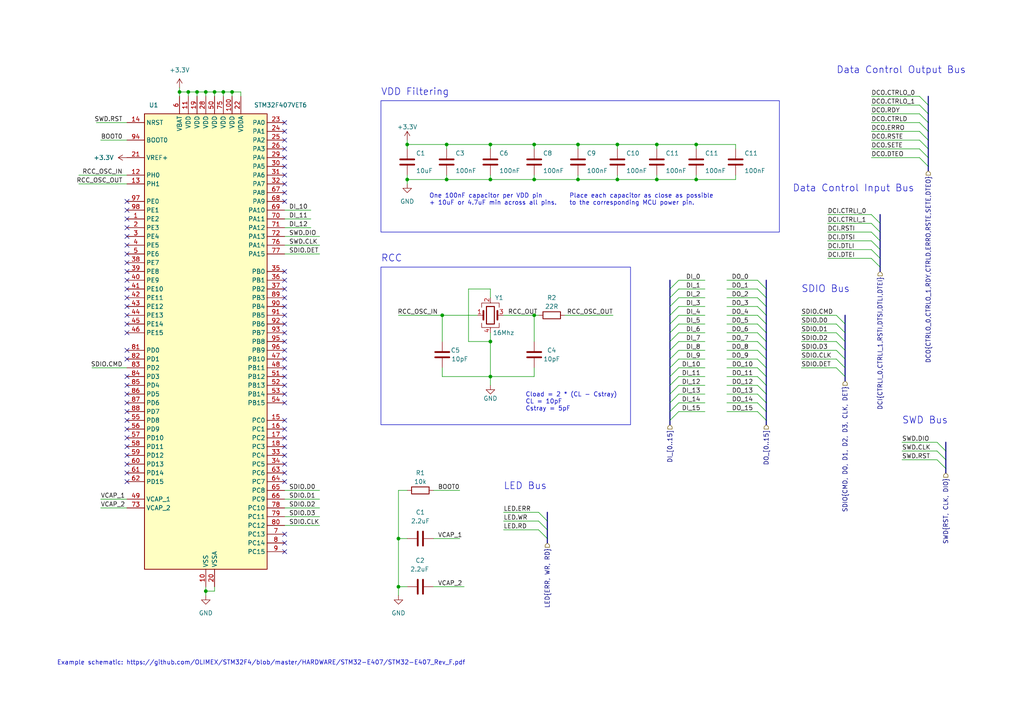
<source format=kicad_sch>
(kicad_sch (version 20230121) (generator eeschema)
  (paper "A4")
  (title_block (title "MCU") (date "2023-02-16") (rev "2") (company "Artem Korobko"))
  (lib_symbols
    (symbol "Device:C" (pin_numbers hide) (pin_names (offset 0.254))
      (property "Reference" "C" (at 0.635 2.54 0))
      (property "Value" "C" (at 0.635 -2.54 0))
      (symbol "C_0_1"
        (polyline (pts (xy -2.032 -0.762) (xy 2.032 -0.762)) (stroke (width 0.508)))
        (polyline (pts (xy -2.032 0.762) (xy 2.032 0.762)) (stroke (width 0.508)))
      )
      (symbol "C_1_1"
        (pin passive line (at 0 3.81 270) (length 2.794) (name "~") (number "1"))
        (pin passive line (at 0 -3.81 90) (length 2.794) (name "~") (number "2"))
      )
    )
    (symbol "Device:Crystal_GND24" (pin_names (offset 1.016) hide)
      (property "Reference" "Y" (at 3.175 5.08 0))
      (property "Value" "Crystal_GND24" (at 3.175 3.175 0))
      (symbol "Crystal_GND24_0_1"
        (rectangle (start -1.143 2.54) (end 1.143 -2.54) (stroke (width 0.3048)))
        (polyline (pts (xy -2.54 0) (xy -2.032 0)))
        (polyline (pts (xy -2.032 -1.27) (xy -2.032 1.27)) (stroke (width 0.508)))
        (polyline (pts (xy 0 -3.81) (xy 0 -3.556)))
        (polyline (pts (xy 0 3.556) (xy 0 3.81)))
        (polyline (pts (xy 2.032 -1.27) (xy 2.032 1.27)) (stroke (width 0.508)))
        (polyline (pts (xy 2.032 0) (xy 2.54 0)))
        (polyline (pts (xy -2.54 -2.286) (xy -2.54 -3.556) (xy 2.54 -3.556) (xy 2.54 -2.286)))
        (polyline (pts (xy -2.54 2.286) (xy -2.54 3.556) (xy 2.54 3.556) (xy 2.54 2.286)))
      )
      (symbol "Crystal_GND24_1_1"
        (pin passive line (at -3.81 0 0) (length 1.27) (name "1") (number "1"))
        (pin passive line (at 0 5.08 270) (length 1.27) (name "2") (number "2"))
        (pin passive line (at 3.81 0 180) (length 1.27) (name "3") (number "3"))
        (pin passive line (at 0 -5.08 90) (length 1.27) (name "4") (number "4"))
      )
    )
    (symbol "Device:R" (pin_numbers hide) (pin_names (offset 0))
      (property "Reference" "R" (at 2.032 0 90))
      (property "Value" "R" (at 0 0 90))
      (symbol "R_0_1"
        (rectangle (start -1.016 -2.54) (end 1.016 2.54) (stroke (width 0.254)))
      )
      (symbol "R_1_1"
        (pin passive line (at 0 3.81 270) (length 1.27) (name "~") (number "1"))
        (pin passive line (at 0 -3.81 90) (length 1.27) (name "~") (number "2"))
      )
    )
    (symbol "MCU_ST_STM32F4:STM32F407VETx"
      (property "Reference" "U" (at -17.78 67.31 0))
      (property "Value" "STM32F407VETx" (at 12.7 67.31 0))
      (symbol "STM32F407VETx_0_1"
        (rectangle (start -17.78 -66.04) (end 17.78 66.04) (stroke (width 0.254)) (fill (type background)))
      )
      (symbol "STM32F407VETx_1_1"
        (pin bidirectional line (at -22.86 35.56 0) (length 5.08) (name "PE2") (number "1"))
        (pin power_in line (at 0 -71.12 90) (length 5.08) (name "VSS") (number "10"))
        (pin power_in line (at 7.62 71.12 270) (length 5.08) (name "VDD") (number "100"))
        (pin power_in line (at -5.08 71.12 270) (length 5.08) (name "VDD") (number "11"))
        (pin bidirectional line (at -22.86 48.26 0) (length 5.08) (name "PH0") (number "12"))
        (pin bidirectional line (at -22.86 45.72 0) (length 5.08) (name "PH1") (number "13"))
        (pin input line (at -22.86 63.5 0) (length 5.08) (name "NRST") (number "14"))
        (pin bidirectional line (at 22.86 -22.86 180) (length 5.08) (name "PC0") (number "15"))
        (pin bidirectional line (at 22.86 -25.4 180) (length 5.08) (name "PC1") (number "16"))
        (pin bidirectional line (at 22.86 -27.94 180) (length 5.08) (name "PC2") (number "17"))
        (pin bidirectional line (at 22.86 -30.48 180) (length 5.08) (name "PC3") (number "18"))
        (pin power_in line (at -2.54 71.12 270) (length 5.08) (name "VDD") (number "19"))
        (pin bidirectional line (at -22.86 33.02 0) (length 5.08) (name "PE3") (number "2"))
        (pin power_in line (at 2.54 -71.12 90) (length 5.08) (name "VSSA") (number "20"))
        (pin input line (at -22.86 53.34 0) (length 5.08) (name "VREF+") (number "21"))
        (pin power_in line (at 10.16 71.12 270) (length 5.08) (name "VDDA") (number "22"))
        (pin bidirectional line (at 22.86 63.5 180) (length 5.08) (name "PA0") (number "23"))
        (pin bidirectional line (at 22.86 60.96 180) (length 5.08) (name "PA1") (number "24"))
        (pin bidirectional line (at 22.86 58.42 180) (length 5.08) (name "PA2") (number "25"))
        (pin bidirectional line (at 22.86 55.88 180) (length 5.08) (name "PA3") (number "26"))
        (pin passive line (at 0 -71.12 90) (length 5.08) hide (name "VSS") (number "27"))
        (pin power_in line (at 0 71.12 270) (length 5.08) (name "VDD") (number "28"))
        (pin bidirectional line (at 22.86 53.34 180) (length 5.08) (name "PA4") (number "29"))
        (pin bidirectional line (at -22.86 30.48 0) (length 5.08) (name "PE4") (number "3"))
        (pin bidirectional line (at 22.86 50.8 180) (length 5.08) (name "PA5") (number "30"))
        (pin bidirectional line (at 22.86 48.26 180) (length 5.08) (name "PA6") (number "31"))
        (pin bidirectional line (at 22.86 45.72 180) (length 5.08) (name "PA7") (number "32"))
        (pin bidirectional line (at 22.86 -33.02 180) (length 5.08) (name "PC4") (number "33"))
        (pin bidirectional line (at 22.86 -35.56 180) (length 5.08) (name "PC5") (number "34"))
        (pin bidirectional line (at 22.86 20.32 180) (length 5.08) (name "PB0") (number "35"))
        (pin bidirectional line (at 22.86 17.78 180) (length 5.08) (name "PB1") (number "36"))
        (pin bidirectional line (at 22.86 15.24 180) (length 5.08) (name "PB2") (number "37"))
        (pin bidirectional line (at -22.86 22.86 0) (length 5.08) (name "PE7") (number "38"))
        (pin bidirectional line (at -22.86 20.32 0) (length 5.08) (name "PE8") (number "39"))
        (pin bidirectional line (at -22.86 27.94 0) (length 5.08) (name "PE5") (number "4"))
        (pin bidirectional line (at -22.86 17.78 0) (length 5.08) (name "PE9") (number "40"))
        (pin bidirectional line (at -22.86 15.24 0) (length 5.08) (name "PE10") (number "41"))
        (pin bidirectional line (at -22.86 12.7 0) (length 5.08) (name "PE11") (number "42"))
        (pin bidirectional line (at -22.86 10.16 0) (length 5.08) (name "PE12") (number "43"))
        (pin bidirectional line (at -22.86 7.62 0) (length 5.08) (name "PE13") (number "44"))
        (pin bidirectional line (at -22.86 5.08 0) (length 5.08) (name "PE14") (number "45"))
        (pin bidirectional line (at -22.86 2.54 0) (length 5.08) (name "PE15") (number "46"))
        (pin bidirectional line (at 22.86 -5.08 180) (length 5.08) (name "PB10") (number "47"))
        (pin bidirectional line (at 22.86 -7.62 180) (length 5.08) (name "PB11") (number "48"))
        (pin power_out line (at -22.86 -45.72 0) (length 5.08) (name "VCAP_1") (number "49"))
        (pin bidirectional line (at -22.86 25.4 0) (length 5.08) (name "PE6") (number "5"))
        (pin power_in line (at 2.54 71.12 270) (length 5.08) (name "VDD") (number "50"))
        (pin bidirectional line (at 22.86 -10.16 180) (length 5.08) (name "PB12") (number "51"))
        (pin bidirectional line (at 22.86 -12.7 180) (length 5.08) (name "PB13") (number "52"))
        (pin bidirectional line (at 22.86 -15.24 180) (length 5.08) (name "PB14") (number "53"))
        (pin bidirectional line (at 22.86 -17.78 180) (length 5.08) (name "PB15") (number "54"))
        (pin bidirectional line (at -22.86 -22.86 0) (length 5.08) (name "PD8") (number "55"))
        (pin bidirectional line (at -22.86 -25.4 0) (length 5.08) (name "PD9") (number "56"))
        (pin bidirectional line (at -22.86 -27.94 0) (length 5.08) (name "PD10") (number "57"))
        (pin bidirectional line (at -22.86 -30.48 0) (length 5.08) (name "PD11") (number "58"))
        (pin bidirectional line (at -22.86 -33.02 0) (length 5.08) (name "PD12") (number "59"))
        (pin power_in line (at -7.62 71.12 270) (length 5.08) (name "VBAT") (number "6"))
        (pin bidirectional line (at -22.86 -35.56 0) (length 5.08) (name "PD13") (number "60"))
        (pin bidirectional line (at -22.86 -38.1 0) (length 5.08) (name "PD14") (number "61"))
        (pin bidirectional line (at -22.86 -40.64 0) (length 5.08) (name "PD15") (number "62"))
        (pin bidirectional line (at 22.86 -38.1 180) (length 5.08) (name "PC6") (number "63"))
        (pin bidirectional line (at 22.86 -40.64 180) (length 5.08) (name "PC7") (number "64"))
        (pin bidirectional line (at 22.86 -43.18 180) (length 5.08) (name "PC8") (number "65"))
        (pin bidirectional line (at 22.86 -45.72 180) (length 5.08) (name "PC9") (number "66"))
        (pin bidirectional line (at 22.86 43.18 180) (length 5.08) (name "PA8") (number "67"))
        (pin bidirectional line (at 22.86 40.64 180) (length 5.08) (name "PA9") (number "68"))
        (pin bidirectional line (at 22.86 38.1 180) (length 5.08) (name "PA10") (number "69"))
        (pin bidirectional line (at 22.86 -55.88 180) (length 5.08) (name "PC13") (number "7"))
        (pin bidirectional line (at 22.86 35.56 180) (length 5.08) (name "PA11") (number "70"))
        (pin bidirectional line (at 22.86 33.02 180) (length 5.08) (name "PA12") (number "71"))
        (pin bidirectional line (at 22.86 30.48 180) (length 5.08) (name "PA13") (number "72"))
        (pin power_out line (at -22.86 -48.26 0) (length 5.08) (name "VCAP_2") (number "73"))
        (pin passive line (at 0 -71.12 90) (length 5.08) hide (name "VSS") (number "74"))
        (pin power_in line (at 5.08 71.12 270) (length 5.08) (name "VDD") (number "75"))
        (pin bidirectional line (at 22.86 27.94 180) (length 5.08) (name "PA14") (number "76"))
        (pin bidirectional line (at 22.86 25.4 180) (length 5.08) (name "PA15") (number "77"))
        (pin bidirectional line (at 22.86 -48.26 180) (length 5.08) (name "PC10") (number "78"))
        (pin bidirectional line (at 22.86 -50.8 180) (length 5.08) (name "PC11") (number "79"))
        (pin bidirectional line (at 22.86 -58.42 180) (length 5.08) (name "PC14") (number "8"))
        (pin bidirectional line (at 22.86 -53.34 180) (length 5.08) (name "PC12") (number "80"))
        (pin bidirectional line (at -22.86 -2.54 0) (length 5.08) (name "PD0") (number "81"))
        (pin bidirectional line (at -22.86 -5.08 0) (length 5.08) (name "PD1") (number "82"))
        (pin bidirectional line (at -22.86 -7.62 0) (length 5.08) (name "PD2") (number "83"))
        (pin bidirectional line (at -22.86 -10.16 0) (length 5.08) (name "PD3") (number "84"))
        (pin bidirectional line (at -22.86 -12.7 0) (length 5.08) (name "PD4") (number "85"))
        (pin bidirectional line (at -22.86 -15.24 0) (length 5.08) (name "PD5") (number "86"))
        (pin bidirectional line (at -22.86 -17.78 0) (length 5.08) (name "PD6") (number "87"))
        (pin bidirectional line (at -22.86 -20.32 0) (length 5.08) (name "PD7") (number "88"))
        (pin bidirectional line (at 22.86 12.7 180) (length 5.08) (name "PB3") (number "89"))
        (pin bidirectional line (at 22.86 -60.96 180) (length 5.08) (name "PC15") (number "9"))
        (pin bidirectional line (at 22.86 10.16 180) (length 5.08) (name "PB4") (number "90"))
        (pin bidirectional line (at 22.86 7.62 180) (length 5.08) (name "PB5") (number "91"))
        (pin bidirectional line (at 22.86 5.08 180) (length 5.08) (name "PB6") (number "92"))
        (pin bidirectional line (at 22.86 2.54 180) (length 5.08) (name "PB7") (number "93"))
        (pin input line (at -22.86 58.42 0) (length 5.08) (name "BOOT0") (number "94"))
        (pin bidirectional line (at 22.86 0 180) (length 5.08) (name "PB8") (number "95"))
        (pin bidirectional line (at 22.86 -2.54 180) (length 5.08) (name "PB9") (number "96"))
        (pin bidirectional line (at -22.86 40.64 0) (length 5.08) (name "PE0") (number "97"))
        (pin bidirectional line (at -22.86 38.1 0) (length 5.08) (name "PE1") (number "98"))
        (pin passive line (at 0 -71.12 90) (length 5.08) hide (name "VSS") (number "99"))
      )
    )
    (symbol "power:+3.3V" (power) (pin_names (offset 0))
      (property "Value" "+3.3V" (at 0 3.556 0))
      (symbol "+3.3V_0_1"
        (polyline (pts (xy -0.762 1.27) (xy 0 2.54)))
        (polyline (pts (xy 0 0) (xy 0 2.54)))
        (polyline (pts (xy 0 2.54) (xy 0.762 1.27)))
      )
      (symbol "+3.3V_1_1"
        (pin power_in line (at 0 0 90) (length 0) hide (name "+3.3V") (number "1"))
      )
    )
    (symbol "power:GND" (power) (pin_names (offset 0))
      (property "Value" "GND" (at 0 -3.81 0))
      (symbol "GND_0_1"
        (polyline (pts (xy 0 0) (xy 0 -1.27) (xy 1.27 -1.27) (xy 0 -2.54) (xy -1.27 -1.27) (xy 0 -1.27)))
      )
      (symbol "GND_1_1"
        (pin power_in line (at 0 0 270) (length 0) hide (name "GND") (number "1"))
      )
    )
  )
  (junction (at 129.54 41.91))
  (junction (at 62.23 26.67))
  (junction (at 59.69 26.67))
  (junction (at 179.07 41.91))
  (junction (at 115.57 170.18))
  (junction (at 190.5 52.07))
  (junction (at 201.93 41.91))
  (junction (at 179.07 52.07))
  (junction (at 54.61 26.67))
  (junction (at 64.77 26.67))
  (junction (at 142.24 99.06))
  (junction (at 167.64 41.91))
  (junction (at 67.31 26.67))
  (junction (at 129.54 52.07))
  (junction (at 154.94 41.91))
  (junction (at 201.93 52.07))
  (junction (at 115.57 156.21))
  (junction (at 154.94 91.44))
  (junction (at 118.11 52.07))
  (junction (at 142.24 52.07))
  (junction (at 167.64 52.07))
  (junction (at 128.27 91.44))
  (junction (at 57.15 26.67))
  (junction (at 52.07 26.67))
  (junction (at 142.24 41.91))
  (junction (at 190.5 41.91))
  (junction (at 59.69 171.45))
  (junction (at 118.11 41.91))
  (junction (at 154.94 52.07))
  (junction (at 142.24 109.22))
  (no_connect (at 82.55 58.42))
  (no_connect (at 82.55 132.08))
  (no_connect (at 82.55 127))
  (no_connect (at 36.83 116.84))
  (no_connect (at 82.55 154.94))
  (no_connect (at 36.83 137.16))
  (no_connect (at 36.83 139.7))
  (no_connect (at 36.83 93.98))
  (no_connect (at 82.55 93.98))
  (no_connect (at 82.55 124.46))
  (no_connect (at 82.55 78.74))
  (no_connect (at 36.83 76.2))
  (no_connect (at 36.83 91.44))
  (no_connect (at 36.83 129.54))
  (no_connect (at 36.83 96.52))
  (no_connect (at 82.55 40.64))
  (no_connect (at 82.55 109.22))
  (no_connect (at 36.83 88.9))
  (no_connect (at 36.83 63.5))
  (no_connect (at 82.55 83.82))
  (no_connect (at 36.83 60.96))
  (no_connect (at 82.55 111.76))
  (no_connect (at 36.83 71.12))
  (no_connect (at 36.83 66.04))
  (no_connect (at 82.55 81.28))
  (no_connect (at 36.83 104.14))
  (no_connect (at 36.83 86.36))
  (no_connect (at 82.55 91.44))
  (no_connect (at 82.55 137.16))
  (no_connect (at 82.55 35.56))
  (no_connect (at 36.83 134.62))
  (no_connect (at 82.55 88.9))
  (no_connect (at 36.83 81.28))
  (no_connect (at 82.55 48.26))
  (no_connect (at 82.55 160.02))
  (no_connect (at 36.83 121.92))
  (no_connect (at 82.55 114.3))
  (no_connect (at 82.55 104.14))
  (no_connect (at 82.55 121.92))
  (no_connect (at 82.55 86.36))
  (no_connect (at 82.55 99.06))
  (no_connect (at 82.55 101.6))
  (no_connect (at 36.83 109.22))
  (no_connect (at 82.55 38.1))
  (no_connect (at 36.83 114.3))
  (no_connect (at 36.83 119.38))
  (no_connect (at 36.83 111.76))
  (no_connect (at 36.83 68.58))
  (no_connect (at 82.55 157.48))
  (no_connect (at 36.83 132.08))
  (no_connect (at 82.55 50.8))
  (no_connect (at 82.55 55.88))
  (no_connect (at 36.83 124.46))
  (no_connect (at 82.55 106.68))
  (no_connect (at 82.55 139.7))
  (no_connect (at 82.55 129.54))
  (no_connect (at 36.83 78.74))
  (no_connect (at 36.83 101.6))
  (no_connect (at 82.55 134.62))
  (no_connect (at 82.55 43.18))
  (no_connect (at 36.83 83.82))
  (no_connect (at 82.55 96.52))
  (no_connect (at 36.83 127))
  (no_connect (at 82.55 116.84))
  (no_connect (at 82.55 45.72))
  (no_connect (at 36.83 58.42))
  (no_connect (at 82.55 53.34))
  (no_connect (at 36.83 73.66))
  (bus_entry (at 222.25 116.84) (size -2.54 -2.54))
  (bus_entry (at 194.31 104.14) (size 2.54 -2.54))
  (bus_entry (at 242.57 104.14) (size 2.54 2.54))
  (bus_entry (at 242.57 99.06) (size 2.54 2.54))
  (bus_entry (at 222.25 86.36) (size -2.54 -2.54))
  (bus_entry (at 194.31 96.52) (size 2.54 -2.54))
  (bus_entry (at 194.31 86.36) (size 2.54 -2.54))
  (bus_entry (at 222.25 83.82) (size -2.54 -2.54))
  (bus_entry (at 156.21 148.59) (size 2.54 2.54))
  (bus_entry (at 242.57 101.6) (size 2.54 2.54))
  (bus_entry (at 194.31 114.3) (size 2.54 -2.54))
  (bus_entry (at 194.31 93.98) (size 2.54 -2.54))
  (bus_entry (at 222.25 96.52) (size -2.54 -2.54))
  (bus_entry (at 266.7 43.18) (size 2.54 2.54))
  (bus_entry (at 266.7 38.1) (size 2.54 2.54))
  (bus_entry (at 222.25 91.44) (size -2.54 -2.54))
  (bus_entry (at 266.7 27.94) (size 2.54 2.54))
  (bus_entry (at 194.31 91.44) (size 2.54 -2.54))
  (bus_entry (at 194.31 119.38) (size 2.54 -2.54))
  (bus_entry (at 194.31 101.6) (size 2.54 -2.54))
  (bus_entry (at 194.31 111.76) (size 2.54 -2.54))
  (bus_entry (at 271.78 133.35) (size 2.54 2.54))
  (bus_entry (at 242.57 96.52) (size 2.54 2.54))
  (bus_entry (at 156.21 153.67) (size 2.54 2.54))
  (bus_entry (at 266.7 45.72) (size 2.54 2.54))
  (bus_entry (at 242.57 93.98) (size 2.54 2.54))
  (bus_entry (at 266.7 30.48) (size 2.54 2.54))
  (bus_entry (at 156.21 151.13) (size 2.54 2.54))
  (bus_entry (at 252.73 69.85) (size 2.54 2.54))
  (bus_entry (at 252.73 72.39) (size 2.54 2.54))
  (bus_entry (at 194.31 99.06) (size 2.54 -2.54))
  (bus_entry (at 252.73 62.23) (size 2.54 2.54))
  (bus_entry (at 271.78 128.27) (size 2.54 2.54))
  (bus_entry (at 222.25 109.22) (size -2.54 -2.54))
  (bus_entry (at 194.31 88.9) (size 2.54 -2.54))
  (bus_entry (at 252.73 64.77) (size 2.54 2.54))
  (bus_entry (at 194.31 83.82) (size 2.54 -2.54))
  (bus_entry (at 266.7 33.02) (size 2.54 2.54))
  (bus_entry (at 222.25 106.68) (size -2.54 -2.54))
  (bus_entry (at 242.57 106.68) (size 2.54 2.54))
  (bus_entry (at 222.25 119.38) (size -2.54 -2.54))
  (bus_entry (at 252.73 67.31) (size 2.54 2.54))
  (bus_entry (at 194.31 121.92) (size 2.54 -2.54))
  (bus_entry (at 222.25 93.98) (size -2.54 -2.54))
  (bus_entry (at 222.25 104.14) (size -2.54 -2.54))
  (bus_entry (at 222.25 88.9) (size -2.54 -2.54))
  (bus_entry (at 222.25 99.06) (size -2.54 -2.54))
  (bus_entry (at 242.57 91.44) (size 2.54 2.54))
  (bus_entry (at 271.78 130.81) (size 2.54 2.54))
  (bus_entry (at 222.25 111.76) (size -2.54 -2.54))
  (bus_entry (at 222.25 101.6) (size -2.54 -2.54))
  (bus_entry (at 222.25 114.3) (size -2.54 -2.54))
  (bus_entry (at 194.31 109.22) (size 2.54 -2.54))
  (bus_entry (at 266.7 35.56) (size 2.54 2.54))
  (bus_entry (at 194.31 106.68) (size 2.54 -2.54))
  (bus_entry (at 222.25 121.92) (size -2.54 -2.54))
  (bus_entry (at 252.73 74.93) (size 2.54 2.54))
  (bus_entry (at 266.7 40.64) (size 2.54 2.54))
  (bus_entry (at 194.31 116.84) (size 2.54 -2.54))
  (wire (pts (xy 252.73 40.64) (xy 266.7 40.64)))
  (wire (pts (xy 196.85 111.76) (xy 204.47 111.76)))
  (wire (pts (xy 52.07 25.4) (xy 52.07 26.67)))
  (bus (pts (xy 222.25 109.22) (xy 222.25 111.76)))
  (wire (pts (xy 210.82 93.98) (xy 219.71 93.98)))
  (wire (pts (xy 29.21 147.32) (xy 36.83 147.32)))
  (wire (pts (xy 261.62 128.27) (xy 271.78 128.27)))
  (wire (pts (xy 135.89 83.82) (xy 135.89 99.06)))
  (wire (pts (xy 115.57 142.24) (xy 115.57 156.21)))
  (wire (pts (xy 54.61 26.67) (xy 52.07 26.67)))
  (wire (pts (xy 154.94 50.8) (xy 154.94 52.07)))
  (wire (pts (xy 240.03 62.23) (xy 252.73 62.23)))
  (wire (pts (xy 154.94 106.68) (xy 154.94 109.22)))
  (wire (pts (xy 52.07 26.67) (xy 52.07 27.94)))
  (bus (pts (xy 194.31 101.6) (xy 194.31 104.14)))
  (bus (pts (xy 245.11 109.22) (xy 245.11 110.49)))
  (wire (pts (xy 190.5 50.8) (xy 190.5 52.07)))
  (bus (pts (xy 158.75 148.59) (xy 158.75 151.13)))
  (wire (pts (xy 240.03 67.31) (xy 252.73 67.31)))
  (bus (pts (xy 222.25 111.76) (xy 222.25 114.3)))
  (wire (pts (xy 196.85 99.06) (xy 204.47 99.06)))
  (wire (pts (xy 82.55 147.32) (xy 92.71 147.32)))
  (wire (pts (xy 135.89 83.82) (xy 142.24 83.82)))
  (wire (pts (xy 210.82 119.38) (xy 219.71 119.38)))
  (wire (pts (xy 179.07 41.91) (xy 190.5 41.91)))
  (wire (pts (xy 125.73 156.21) (xy 133.35 156.21)))
  (wire (pts (xy 196.85 81.28) (xy 204.47 81.28)))
  (bus (pts (xy 194.31 106.68) (xy 194.31 109.22)))
  (wire (pts (xy 128.27 106.68) (xy 128.27 109.22)))
  (wire (pts (xy 59.69 171.45) (xy 59.69 172.72)))
  (bus (pts (xy 269.24 33.02) (xy 269.24 35.56)))
  (wire (pts (xy 90.17 66.04) (xy 82.55 66.04)))
  (wire (pts (xy 115.57 91.44) (xy 128.27 91.44)))
  (wire (pts (xy 115.57 156.21) (xy 115.57 170.18)))
  (wire (pts (xy 179.07 43.18) (xy 179.07 41.91)))
  (wire (pts (xy 210.82 96.52) (xy 219.71 96.52)))
  (wire (pts (xy 59.69 26.67) (xy 57.15 26.67)))
  (wire (pts (xy 196.85 109.22) (xy 204.47 109.22)))
  (wire (pts (xy 232.41 104.14) (xy 242.57 104.14)))
  (wire (pts (xy 201.93 43.18) (xy 201.93 41.91)))
  (wire (pts (xy 179.07 50.8) (xy 179.07 52.07)))
  (bus (pts (xy 194.31 114.3) (xy 194.31 116.84)))
  (wire (pts (xy 232.41 101.6) (xy 242.57 101.6)))
  (wire (pts (xy 213.36 50.8) (xy 213.36 52.07)))
  (wire (pts (xy 232.41 91.44) (xy 242.57 91.44)))
  (wire (pts (xy 210.82 88.9) (xy 219.71 88.9)))
  (wire (pts (xy 210.82 81.28) (xy 219.71 81.28)))
  (wire (pts (xy 240.03 69.85) (xy 252.73 69.85)))
  (wire (pts (xy 62.23 170.18) (xy 62.23 171.45)))
  (wire (pts (xy 82.55 149.86) (xy 92.71 149.86)))
  (wire (pts (xy 118.11 50.8) (xy 118.11 52.07)))
  (wire (pts (xy 82.55 142.24) (xy 92.71 142.24)))
  (wire (pts (xy 142.24 109.22) (xy 142.24 111.76)))
  (wire (pts (xy 135.89 99.06) (xy 142.24 99.06)))
  (wire (pts (xy 118.11 40.64) (xy 118.11 41.91)))
  (wire (pts (xy 146.05 148.59) (xy 156.21 148.59)))
  (bus (pts (xy 222.25 119.38) (xy 222.25 121.92)))
  (bus (pts (xy 255.27 72.39) (xy 255.27 74.93)))
  (bus (pts (xy 245.11 104.14) (xy 245.11 106.68)))
  (wire (pts (xy 118.11 41.91) (xy 129.54 41.91)))
  (wire (pts (xy 128.27 91.44) (xy 128.27 99.06)))
  (bus (pts (xy 222.25 83.82) (xy 222.25 86.36)))
  (wire (pts (xy 115.57 142.24) (xy 118.11 142.24)))
  (wire (pts (xy 252.73 27.94) (xy 266.7 27.94)))
  (wire (pts (xy 82.55 152.4) (xy 92.71 152.4)))
  (wire (pts (xy 125.73 142.24) (xy 133.35 142.24)))
  (wire (pts (xy 196.85 119.38) (xy 204.47 119.38)))
  (wire (pts (xy 196.85 93.98) (xy 204.47 93.98)))
  (wire (pts (xy 201.93 41.91) (xy 213.36 41.91)))
  (bus (pts (xy 194.31 91.44) (xy 194.31 93.98)))
  (wire (pts (xy 196.85 83.82) (xy 204.47 83.82)))
  (wire (pts (xy 232.41 93.98) (xy 242.57 93.98)))
  (wire (pts (xy 69.85 26.67) (xy 67.31 26.67)))
  (wire (pts (xy 26.67 106.68) (xy 36.83 106.68)))
  (wire (pts (xy 154.94 41.91) (xy 154.94 43.18)))
  (bus (pts (xy 194.31 86.36) (xy 194.31 88.9)))
  (bus (pts (xy 194.31 111.76) (xy 194.31 114.3)))
  (wire (pts (xy 252.73 33.02) (xy 266.7 33.02)))
  (wire (pts (xy 118.11 52.07) (xy 118.11 53.34)))
  (bus (pts (xy 158.75 153.67) (xy 158.75 156.21)))
  (wire (pts (xy 142.24 99.06) (xy 142.24 109.22)))
  (bus (pts (xy 255.27 77.47) (xy 255.27 78.74)))
  (wire (pts (xy 190.5 41.91) (xy 190.5 43.18)))
  (wire (pts (xy 210.82 86.36) (xy 219.71 86.36)))
  (bus (pts (xy 194.31 96.52) (xy 194.31 99.06)))
  (wire (pts (xy 67.31 26.67) (xy 64.77 26.67)))
  (bus (pts (xy 222.25 96.52) (xy 222.25 99.06)))
  (wire (pts (xy 201.93 52.07) (xy 213.36 52.07)))
  (wire (pts (xy 129.54 50.8) (xy 129.54 52.07)))
  (wire (pts (xy 142.24 96.52) (xy 142.24 99.06)))
  (wire (pts (xy 146.05 153.67) (xy 156.21 153.67)))
  (wire (pts (xy 210.82 116.84) (xy 219.71 116.84)))
  (bus (pts (xy 194.31 116.84) (xy 194.31 119.38)))
  (wire (pts (xy 22.86 53.34) (xy 36.83 53.34)))
  (wire (pts (xy 210.82 106.68) (xy 219.71 106.68)))
  (bus (pts (xy 222.25 91.44) (xy 222.25 93.98)))
  (wire (pts (xy 146.05 91.44) (xy 154.94 91.44)))
  (wire (pts (xy 196.85 114.3) (xy 204.47 114.3)))
  (wire (pts (xy 210.82 91.44) (xy 219.71 91.44)))
  (bus (pts (xy 274.32 128.27) (xy 274.32 130.81)))
  (wire (pts (xy 57.15 26.67) (xy 54.61 26.67)))
  (wire (pts (xy 146.05 151.13) (xy 156.21 151.13)))
  (bus (pts (xy 222.25 86.36) (xy 222.25 88.9)))
  (wire (pts (xy 62.23 26.67) (xy 59.69 26.67)))
  (wire (pts (xy 210.82 83.82) (xy 219.71 83.82)))
  (wire (pts (xy 22.86 50.8) (xy 36.83 50.8)))
  (bus (pts (xy 222.25 93.98) (xy 222.25 96.52)))
  (bus (pts (xy 222.25 114.3) (xy 222.25 116.84)))
  (wire (pts (xy 82.55 71.12) (xy 92.71 71.12)))
  (bus (pts (xy 158.75 151.13) (xy 158.75 153.67)))
  (bus (pts (xy 222.25 101.6) (xy 222.25 104.14)))
  (wire (pts (xy 210.82 109.22) (xy 219.71 109.22)))
  (bus (pts (xy 222.25 104.14) (xy 222.25 106.68)))
  (wire (pts (xy 29.21 144.78) (xy 36.83 144.78)))
  (bus (pts (xy 245.11 101.6) (xy 245.11 104.14)))
  (wire (pts (xy 196.85 106.68) (xy 204.47 106.68)))
  (bus (pts (xy 194.31 121.92) (xy 194.31 123.19)))
  (bus (pts (xy 245.11 93.98) (xy 245.11 96.52)))
  (wire (pts (xy 154.94 91.44) (xy 154.94 99.06)))
  (wire (pts (xy 240.03 72.39) (xy 252.73 72.39)))
  (wire (pts (xy 190.5 52.07) (xy 201.93 52.07)))
  (wire (pts (xy 115.57 170.18) (xy 115.57 172.72)))
  (bus (pts (xy 255.27 62.23) (xy 255.27 64.77)))
  (wire (pts (xy 213.36 43.18) (xy 213.36 41.91)))
  (wire (pts (xy 252.73 45.72) (xy 266.7 45.72)))
  (bus (pts (xy 269.24 40.64) (xy 269.24 43.18)))
  (bus (pts (xy 194.31 88.9) (xy 194.31 91.44)))
  (wire (pts (xy 167.64 50.8) (xy 167.64 52.07)))
  (bus (pts (xy 245.11 106.68) (xy 245.11 109.22)))
  (wire (pts (xy 90.17 60.96) (xy 82.55 60.96)))
  (wire (pts (xy 142.24 50.8) (xy 142.24 52.07)))
  (wire (pts (xy 82.55 144.78) (xy 92.71 144.78)))
  (wire (pts (xy 59.69 171.45) (xy 62.23 171.45)))
  (wire (pts (xy 29.21 40.64) (xy 36.83 40.64)))
  (bus (pts (xy 274.32 133.35) (xy 274.32 135.89)))
  (bus (pts (xy 245.11 96.52) (xy 245.11 99.06)))
  (bus (pts (xy 222.25 81.28) (xy 222.25 83.82)))
  (wire (pts (xy 82.55 73.66) (xy 92.71 73.66)))
  (wire (pts (xy 59.69 27.94) (xy 59.69 26.67)))
  (wire (pts (xy 142.24 83.82) (xy 142.24 86.36)))
  (bus (pts (xy 269.24 35.56) (xy 269.24 38.1)))
  (wire (pts (xy 210.82 111.76) (xy 219.71 111.76)))
  (bus (pts (xy 245.11 99.06) (xy 245.11 101.6)))
  (wire (pts (xy 261.62 133.35) (xy 271.78 133.35)))
  (wire (pts (xy 210.82 104.14) (xy 219.71 104.14)))
  (bus (pts (xy 194.31 83.82) (xy 194.31 86.36)))
  (wire (pts (xy 64.77 26.67) (xy 62.23 26.67)))
  (bus (pts (xy 194.31 93.98) (xy 194.31 96.52)))
  (wire (pts (xy 232.41 99.06) (xy 242.57 99.06)))
  (bus (pts (xy 269.24 38.1) (xy 269.24 40.64)))
  (wire (pts (xy 82.55 68.58) (xy 92.71 68.58)))
  (wire (pts (xy 179.07 52.07) (xy 190.5 52.07)))
  (wire (pts (xy 142.24 109.22) (xy 154.94 109.22)))
  (bus (pts (xy 274.32 130.81) (xy 274.32 133.35)))
  (wire (pts (xy 210.82 114.3) (xy 219.71 114.3)))
  (bus (pts (xy 194.31 99.06) (xy 194.31 101.6)))
  (wire (pts (xy 196.85 91.44) (xy 204.47 91.44)))
  (wire (pts (xy 252.73 30.48) (xy 266.7 30.48)))
  (bus (pts (xy 194.31 81.28) (xy 194.31 83.82)))
  (wire (pts (xy 64.77 27.94) (xy 64.77 26.67)))
  (bus (pts (xy 194.31 109.22) (xy 194.31 111.76)))
  (bus (pts (xy 255.27 64.77) (xy 255.27 67.31)))
  (wire (pts (xy 252.73 43.18) (xy 266.7 43.18)))
  (wire (pts (xy 69.85 27.94) (xy 69.85 26.67)))
  (wire (pts (xy 177.8 91.44) (xy 163.83 91.44)))
  (wire (pts (xy 240.03 64.77) (xy 252.73 64.77)))
  (wire (pts (xy 196.85 116.84) (xy 204.47 116.84)))
  (wire (pts (xy 118.11 41.91) (xy 118.11 43.18)))
  (wire (pts (xy 27.94 35.56) (xy 36.83 35.56)))
  (wire (pts (xy 59.69 170.18) (xy 59.69 171.45)))
  (bus (pts (xy 274.32 135.89) (xy 274.32 137.16)))
  (wire (pts (xy 154.94 41.91) (xy 142.24 41.91)))
  (wire (pts (xy 261.62 130.81) (xy 271.78 130.81)))
  (wire (pts (xy 240.03 74.93) (xy 252.73 74.93)))
  (bus (pts (xy 222.25 88.9) (xy 222.25 91.44)))
  (bus (pts (xy 194.31 104.14) (xy 194.31 106.68)))
  (wire (pts (xy 190.5 41.91) (xy 201.93 41.91)))
  (wire (pts (xy 167.64 41.91) (xy 179.07 41.91)))
  (wire (pts (xy 232.41 96.52) (xy 242.57 96.52)))
  (wire (pts (xy 252.73 35.56) (xy 266.7 35.56)))
  (wire (pts (xy 57.15 27.94) (xy 57.15 26.67)))
  (wire (pts (xy 156.21 91.44) (xy 154.94 91.44)))
  (bus (pts (xy 255.27 74.93) (xy 255.27 77.47)))
  (wire (pts (xy 142.24 52.07) (xy 154.94 52.07)))
  (wire (pts (xy 115.57 170.18) (xy 118.11 170.18)))
  (bus (pts (xy 269.24 43.18) (xy 269.24 45.72)))
  (wire (pts (xy 201.93 50.8) (xy 201.93 52.07)))
  (bus (pts (xy 269.24 30.48) (xy 269.24 33.02)))
  (wire (pts (xy 196.85 86.36) (xy 204.47 86.36)))
  (wire (pts (xy 154.94 52.07) (xy 167.64 52.07)))
  (wire (pts (xy 196.85 88.9) (xy 204.47 88.9)))
  (wire (pts (xy 54.61 27.94) (xy 54.61 26.67)))
  (bus (pts (xy 255.27 69.85) (xy 255.27 72.39)))
  (wire (pts (xy 210.82 99.06) (xy 219.71 99.06)))
  (bus (pts (xy 222.25 106.68) (xy 222.25 109.22)))
  (bus (pts (xy 158.75 156.21) (xy 158.75 157.48)))
  (wire (pts (xy 62.23 27.94) (xy 62.23 26.67)))
  (wire (pts (xy 210.82 101.6) (xy 219.71 101.6)))
  (wire (pts (xy 128.27 91.44) (xy 138.43 91.44)))
  (wire (pts (xy 196.85 96.52) (xy 204.47 96.52)))
  (wire (pts (xy 252.73 38.1) (xy 266.7 38.1)))
  (wire (pts (xy 167.64 52.07) (xy 179.07 52.07)))
  (wire (pts (xy 142.24 41.91) (xy 129.54 41.91)))
  (wire (pts (xy 196.85 101.6) (xy 204.47 101.6)))
  (wire (pts (xy 129.54 41.91) (xy 129.54 43.18)))
  (wire (pts (xy 115.57 156.21) (xy 118.11 156.21)))
  (wire (pts (xy 118.11 52.07) (xy 129.54 52.07)))
  (wire (pts (xy 232.41 106.68) (xy 242.57 106.68)))
  (bus (pts (xy 245.11 91.44) (xy 245.11 93.98)))
  (bus (pts (xy 222.25 99.06) (xy 222.25 101.6)))
  (wire (pts (xy 196.85 104.14) (xy 204.47 104.14)))
  (wire (pts (xy 90.17 63.5) (xy 82.55 63.5)))
  (wire (pts (xy 67.31 27.94) (xy 67.31 26.67)))
  (bus (pts (xy 269.24 48.26) (xy 269.24 49.53)))
  (bus (pts (xy 194.31 119.38) (xy 194.31 121.92)))
  (bus (pts (xy 269.24 45.72) (xy 269.24 48.26)))
  (wire (pts (xy 142.24 41.91) (xy 142.24 43.18)))
  (bus (pts (xy 222.25 116.84) (xy 222.25 119.38)))
  (bus (pts (xy 269.24 27.94) (xy 269.24 30.48)))
  (wire (pts (xy 167.64 41.91) (xy 154.94 41.91)))
  (wire (pts (xy 128.27 109.22) (xy 142.24 109.22)))
  (wire (pts (xy 167.64 41.91) (xy 167.64 43.18)))
  (bus (pts (xy 222.25 121.92) (xy 222.25 123.19)))
  (wire (pts (xy 125.73 170.18) (xy 134.62 170.18)))
  (bus (pts (xy 255.27 67.31) (xy 255.27 69.85)))
  (wire (pts (xy 129.54 52.07) (xy 142.24 52.07)))
  (rectangle (start 110.49 29.21) (end 226.06 67.31))
  (rectangle (start 110.49 77.47) (end 182.88 123.19))
  (text "RCC" (at 110.49 76.2 0) (effects (font (size 2 2)) (justify left bottom)))
  (text "Data Control Output Bus" (at 242.57 21.59 0) (effects (font (size 2 2)) (justify left bottom)))
  (text "SDIO Bus" (at 232.41 85.09 0) (effects (font (size 2 2)) (justify left bottom)))
  (text "Example schematic: https://github.com/OLIMEX/STM32F4/blob/master/HARDWARE/STM32-E407/STM32-E407_Rev_F.pdf" (at 16.51 193.04 0) (effects (font (size 1.27 1.27)) (justify left bottom)))
  (text "LED Bus" (at 146.05 142.24 0) (effects (font (size 2 2)) (justify left bottom)))
  (text "One 100nF capacitor per VDD pin\n+ 10uF or 4.7uF min across all pins." (at 124.46 59.69 0) (effects (font (size 1.27 1.27)) (justify left bottom)))
  (text "Cload = 2 * (CL - Cstray)\nCL = 10pF\nCstray = 5pF" (at 152.4 119.38 0) (effects (font (size 1.27 1.27)) (justify left bottom)))
  (text "Place each capacitor as close as possible\nto the corresponding MCU power pin." (at 165.1 59.69 0) (effects (font (size 1.27 1.27)) (justify left bottom)))
  (text "VDD Filtering" (at 110.49 27.94 0) (effects (font (size 2 2)) (justify left bottom)))
  (text "Data Control Input Bus" (at 229.87 55.88 0) (effects (font (size 2 2)) (justify left bottom)))
  (text "SWD Bus" (at 261.62 123.19 0) (effects (font (size 2 2)) (justify left bottom)))
  (label "DI_11" (at 203.2 109.22 180))
  (label "DO_0" (at 217.17 81.28 180))
  (label "DO_5" (at 217.17 93.98 180))
  (label "DO_8" (at 217.17 101.6 180))
  (label "DI_15" (at 203.2 119.38 180))
  (label "BOOT0" (at 35.56 40.64 180))
  (label "SDIO.D1" (at 83.82 144.78 0))
  (label "DCI.DTSI" (at 240.03 69.85 0))
  (label "LED.WR" (at 146.05 151.13 0))
  (label "DO_11" (at 218.44 109.22 180))
  (label "DO_15" (at 218.44 119.38 180))
  (label "SWD.RST" (at 35.56 35.56 180))
  (label "SDIO.DET" (at 83.82 73.66 0))
  (label "VCAP_2" (at 127 170.18 0))
  (label "DO_12" (at 218.44 111.76 180))
  (label "SDIO.D2" (at 232.41 99.06 0))
  (label "DCO.DTEO" (at 252.73 45.72 0))
  (label "VCAP_1" (at 29.21 144.78 0))
  (label "DCI.CTRLI_0" (at 240.03 62.23 0))
  (label "DI_0" (at 203.2 81.28 180))
  (label "SDIO.D3" (at 232.41 101.6 0))
  (label "RCC_OSC_IN" (at 35.56 50.8 180))
  (label "DO_6" (at 217.17 96.52 180))
  (label "DCO.CTRLD" (at 252.73 35.56 0))
  (label "DCO.SETE" (at 252.73 43.18 0))
  (label "DO_1" (at 217.17 83.82 180))
  (label "DI_7" (at 203.2 99.06 180))
  (label "SDIO.CMD" (at 35.56 106.68 180))
  (label "SDIO.D3" (at 83.82 149.86 0))
  (label "RCC_OUT" (at 147.32 91.44 0))
  (label "DCO.CTRLO_1" (at 252.73 30.48 0))
  (label "SDIO.D0" (at 232.41 93.98 0))
  (label "DCI.RSTI" (at 240.03 67.31 0))
  (label "DI_14" (at 203.2 116.84 180))
  (label "SDIO.CMD" (at 232.41 91.44 0))
  (label "SWD.DIO" (at 83.82 68.58 0))
  (label "SDIO.DET" (at 232.41 106.68 0))
  (label "DI_12" (at 203.2 111.76 180))
  (label "SDIO.D1" (at 232.41 96.52 0))
  (label "SDIO.D0" (at 83.82 142.24 0))
  (label "DCI.CTRLI_1" (at 240.03 64.77 0))
  (label "DI_11" (at 83.82 63.5 0))
  (label "DCO.CTRLO_0" (at 252.73 27.94 0))
  (label "RCC_OSC_IN" (at 127 91.44 180))
  (label "LED.RD" (at 146.05 153.67 0))
  (label "DI_9" (at 203.2 104.14 180))
  (label "RCC_OSC_OUT" (at 177.8 91.44 180))
  (label "DI_6" (at 203.2 96.52 180))
  (label "VCAP_2" (at 29.21 147.32 0))
  (label "DO_14" (at 218.44 116.84 180))
  (label "DI_13" (at 203.2 114.3 180))
  (label "DI_5" (at 203.2 93.98 180))
  (label "SDIO.CLK" (at 232.41 104.14 0))
  (label "DO_13" (at 218.44 114.3 180))
  (label "SWD.CLK" (at 261.62 130.81 0))
  (label "DO_9" (at 217.17 104.14 180))
  (label "RCC_OSC_OUT" (at 35.56 53.34 180))
  (label "DI_10" (at 203.2 106.68 180))
  (label "DCI.DTLI" (at 240.03 72.39 0))
  (label "DI_10" (at 83.82 60.96 0))
  (label "DCO.RDY" (at 252.73 33.02 0))
  (label "VCAP_1" (at 127 156.21 0))
  (label "DO_10" (at 218.44 106.68 180))
  (label "DI_8" (at 203.2 101.6 180))
  (label "SWD.RST" (at 261.62 133.35 0))
  (label "DCI.DTEI" (at 240.03 74.93 0))
  (label "DI_2" (at 203.2 86.36 180))
  (label "DI_3" (at 203.2 88.9 180))
  (label "DO_3" (at 217.17 88.9 180))
  (label "DO_4" (at 217.17 91.44 180))
  (label "DI_12" (at 83.82 66.04 0))
  (label "DI_4" (at 203.2 91.44 180))
  (label "SWD.DIO" (at 261.62 128.27 0))
  (label "BOOT0" (at 127 142.24 0))
  (label "LED.ERR" (at 146.05 148.59 0))
  (label "DO_7" (at 217.17 99.06 180))
  (label "DO_2" (at 217.17 86.36 180))
  (label "DCO.ERRO" (at 252.73 38.1 0))
  (label "DCO.RSTE" (at 252.73 40.64 0))
  (label "DI_1" (at 203.2 83.82 180))
  (label "SDIO.CLK" (at 83.82 152.4 0))
  (label "SDIO.D2" (at 83.82 147.32 0))
  (label "SWD.CLK" (at 83.82 71.12 0))
  (hierarchical_label "DI_[0..15]" (shape input) (at 194.31 123.19 270))
  (hierarchical_label "SWD{RST, CLK, DIO}" (shape input) (at 274.32 137.16 270))
  (hierarchical_label "SDIO{CMD, D0, D1, D2, D3, CLK, DET}" (shape input) (at 245.11 110.49 270))
  (hierarchical_label "DCI{CTRLI_0,CTRLI_1,RSTI,DTSI,DTLI,DTEI}" (shape input) (at 255.27 78.74 270))
  (hierarchical_label "LED{ERR, WR, RD}" (shape input) (at 158.75 157.48 270))
  (hierarchical_label "DCO{CTRLO_0,CTRLO_1,RDY,CTRLD,ERRO,RSTE,SETE,DTEO}" (shape input) (at 269.24 49.53 270))
  (hierarchical_label "DO_[0..15]" (shape input) (at 222.25 123.19 270))
  (symbol (lib_id "Device:C") (at 118.11 46.99 0) (unit 1)
    (property "Reference" "C1" (at 120.65 44.45 0) (effects (justify left)))
    (property "Value" "10uF" (at 120.65 49.53 0) (effects (justify left)))
    (property "Footprint" "Capacitor_SMD:C_0603_1608Metric" (effects hide))
  )
  (symbol (lib_id "Device:C") (at 128.27 102.87 0) (unit 1)
    (property "Reference" "C5" (at 132.08 101.6 0))
    (property "Value" "10pF" (at 133.35 104.14 0))
    (property "Footprint" "Capacitor_SMD:C_0603_1608Metric" (effects hide))
  )
  (symbol (lib_id "MCU_ST_STM32F4:STM32F407VETx") (at 59.69 99.06 0) (unit 1)
    (property "Reference" "U1" (at 43.18 30.48 0) (effects (justify left)))
    (property "Value" "STM32F407VET6" (at 73.66 30.48 0) (effects (justify left)))
    (property "Footprint" "Package_QFP:LQFP-100_14x14mm_P0.5mm" (effects hide))
    (property "Datasheet" "https://www.st.com/resource/en/datasheet/stm32f407ve.pdf" (effects hide))
  )
  (symbol (lib_id "Device:C") (at 179.07 46.99 0) (unit 1)
    (property "Reference" "C10" (at 181.61 44.45 0) (effects (justify left)))
    (property "Value" "100nF" (at 181.61 49.53 0) (effects (justify left)))
    (property "Footprint" "Capacitor_SMD:C_0603_1608Metric" (effects hide))
  )
  (symbol (lib_id "Device:C") (at 167.64 46.99 0) (unit 1)
    (property "Reference" "C9" (at 170.18 44.45 0) (effects (justify left)))
    (property "Value" "100nF" (at 170.18 49.53 0) (effects (justify left)))
    (property "Footprint" "Capacitor_SMD:C_0603_1608Metric" (effects hide))
  )
  (symbol (lib_id "power:+3.3V") (at 118.11 40.64 0) (unit 1)
    (property "Reference" "#PWR07" (effects hide))
    (property "Value" "+3.3V" (at 118.11 36.83 0))
  )
  (symbol (lib_id "power:GND") (at 118.11 53.34 0) (unit 1)
    (property "Reference" "#PWR08" (effects hide))
    (property "Value" "GND" (at 118.11 58.42 0))
  )
  (symbol (lib_id "Device:C") (at 154.94 102.87 0) (mirror y) (unit 1)
    (property "Reference" "C4" (at 160.02 101.6 0))
    (property "Value" "10pF" (at 160.02 104.14 0))
    (property "Footprint" "Capacitor_SMD:C_0603_1608Metric" (effects hide))
  )
  (symbol (lib_id "Device:C") (at 190.5 46.99 0) (unit 1)
    (property "Reference" "C11" (at 193.04 44.45 0) (effects (justify left)))
    (property "Value" "100nF" (at 193.04 49.53 0) (effects (justify left)))
    (property "Footprint" "Capacitor_SMD:C_0603_1608Metric" (effects hide))
  )
  (symbol (lib_id "Device:C") (at 213.36 46.99 0) (unit 1)
    (property "Reference" "C11" (at 215.9 44.45 0) (effects (justify left)))
    (property "Value" "100nF" (at 215.9 49.53 0) (effects (justify left)))
    (property "Footprint" "Capacitor_SMD:C_0603_1608Metric" (effects hide))
  )
  (symbol (lib_id "Device:C") (at 129.54 46.99 0) (unit 1)
    (property "Reference" "C3" (at 132.08 44.45 0) (effects (justify left)))
    (property "Value" "100nF" (at 132.08 49.53 0) (effects (justify left)))
    (property "Footprint" "Capacitor_SMD:C_0603_1608Metric" (effects hide))
  )
  (symbol (lib_id "power:+3.3V") (at 52.07 25.4 0) (unit 1)
    (property "Reference" "#PWR04" (effects hide))
    (property "Value" "+3.3V" (at 52.07 20.32 0))
  )
  (symbol (lib_id "Device:C") (at 121.92 156.21 90) (unit 1)
    (property "Reference" "C1" (at 121.92 148.59 90))
    (property "Value" "2.2uF" (at 121.92 151.13 90))
    (property "Footprint" "Capacitor_SMD:C_0603_1608Metric" (effects hide))
    (instances (project "mcu" (path "" (reference "C1") (unit 1))) (project "schematic" (path "" (reference "C1") (unit 1))) (project "schematics" (path "" (reference "C3") (unit 1))))
  )
  (symbol (lib_id "Device:R") (at 121.92 142.24 90) (unit 1)
    (property "Reference" "R1" (at 121.92 137.16 90))
    (property "Value" "10k" (at 121.92 139.7 90))
    (property "Footprint" "Resistor_SMD:R_0603_1608Metric" (effects hide))
  )
  (symbol (lib_id "Device:C") (at 154.94 46.99 0) (unit 1)
    (property "Reference" "C8" (at 157.48 44.45 0) (effects (justify left)))
    (property "Value" "100nF" (at 157.48 49.53 0) (effects (justify left)))
    (property "Footprint" "Capacitor_SMD:C_0603_1608Metric" (effects hide))
  )
  (symbol (lib_id "Device:C") (at 201.93 46.99 0) (unit 1)
    (property "Reference" "C11" (at 204.47 44.45 0) (effects (justify left)))
    (property "Value" "100nF" (at 204.47 49.53 0) (effects (justify left)))
    (property "Footprint" "Capacitor_SMD:C_0603_1608Metric" (effects hide))
  )
  (symbol (lib_id "Device:C") (at 121.92 170.18 90) (unit 1)
    (property "Reference" "C2" (at 123.19 162.56 90) (effects (justify left)))
    (property "Value" "2.2uF" (at 124.46 165.1 90) (effects (justify left)))
    (property "Footprint" "Capacitor_SMD:C_0603_1608Metric" (effects hide))
    (instances (project "mcu" (path "" (reference "C2") (unit 1))) (project "schematic" (path "" (reference "C2") (unit 1))) (project "schematics" (path "" (reference "C4") (unit 1))))
  )
  (symbol (lib_id "power:+3.3V") (at 36.83 45.72 90) (unit 1)
    (property "Reference" "#PWR03" (effects hide))
    (property "Value" "+3.3V" (at 33.02 45.72 90) (effects (justify left)))
  )
  (symbol (lib_id "Device:R") (at 160.02 91.44 270) (unit 1)
    (property "Reference" "R2" (at 160.02 86.36 90))
    (property "Value" "22R" (at 160.02 88.9 90))
    (property "Footprint" "Resistor_SMD:R_0603_1608Metric" (effects hide))
  )
  (symbol (lib_id "power:GND") (at 142.24 111.76 0) (unit 1)
    (property "Reference" "#PWR012" (effects hide))
    (property "Value" "GND" (at 142.24 115.57 0))
  )
  (symbol (lib_id "power:GND") (at 59.69 172.72 0) (unit 1)
    (property "Reference" "#PWR05" (effects hide))
    (property "Value" "GND" (at 59.69 177.8 0))
  )
  (symbol (lib_id "Device:C") (at 142.24 46.99 0) (unit 1)
    (property "Reference" "C6" (at 144.78 44.45 0) (effects (justify left)))
    (property "Value" "100nF" (at 144.78 49.53 0) (effects (justify left)))
    (property "Footprint" "Capacitor_SMD:C_0603_1608Metric" (effects hide))
  )
  (symbol (lib_id "power:GND") (at 115.57 172.72 0) (unit 1)
    (property "Reference" "#PWR03" (effects hide))
    (property "Value" "GND" (at 115.57 177.8 0))
    (instances (project "mcu" (path "" (reference "#PWR03") (unit 1))) (project "schematic" (path "" (reference "#PWR03") (unit 1))) (project "schematics" (path "" (reference "#PWR08") (unit 1))))
  )
  (symbol (lib_id "Device:Crystal_GND24") (at 142.24 91.44 0) (unit 1)
    (property "Reference" "Y1" (at 144.78 86.36 0))
    (property "Value" "16Mhz" (at 146.05 96.52 0))
    (property "Footprint" "Crystal:Crystal_SMD_3225-4Pin_3.2x2.5mm" (effects hide))
    (property "Datasheet" "https://datasheet.lcsc.com/lcsc/2304140030_YXC-X322516MMB4SI_C112972.pdf" (effects hide))
    (property "LCSC" "C112972" (effects hide))
  )
)
</source>
